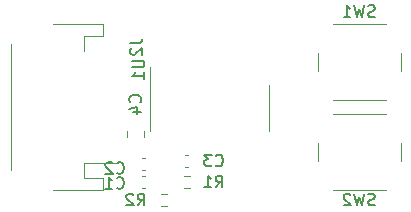
<source format=gbr>
%TF.GenerationSoftware,KiCad,Pcbnew,7.0.9-rc2*%
%TF.CreationDate,2024-02-17T00:19:55-08:00*%
%TF.ProjectId,ch552g_bob,63683535-3267-45f6-926f-622e6b696361,rev?*%
%TF.SameCoordinates,PX791ddc0PY5563218*%
%TF.FileFunction,Legend,Bot*%
%TF.FilePolarity,Positive*%
%FSLAX46Y46*%
G04 Gerber Fmt 4.6, Leading zero omitted, Abs format (unit mm)*
G04 Created by KiCad (PCBNEW 7.0.9-rc2) date 2024-02-17 00:19:55*
%MOMM*%
%LPD*%
G01*
G04 APERTURE LIST*
%ADD10C,0.150000*%
%ADD11C,0.120000*%
G04 APERTURE END LIST*
D10*
X31560332Y-4411200D02*
X31417475Y-4458819D01*
X31417475Y-4458819D02*
X31179380Y-4458819D01*
X31179380Y-4458819D02*
X31084142Y-4411200D01*
X31084142Y-4411200D02*
X31036523Y-4363580D01*
X31036523Y-4363580D02*
X30988904Y-4268342D01*
X30988904Y-4268342D02*
X30988904Y-4173104D01*
X30988904Y-4173104D02*
X31036523Y-4077866D01*
X31036523Y-4077866D02*
X31084142Y-4030247D01*
X31084142Y-4030247D02*
X31179380Y-3982628D01*
X31179380Y-3982628D02*
X31369856Y-3935009D01*
X31369856Y-3935009D02*
X31465094Y-3887390D01*
X31465094Y-3887390D02*
X31512713Y-3839771D01*
X31512713Y-3839771D02*
X31560332Y-3744533D01*
X31560332Y-3744533D02*
X31560332Y-3649295D01*
X31560332Y-3649295D02*
X31512713Y-3554057D01*
X31512713Y-3554057D02*
X31465094Y-3506438D01*
X31465094Y-3506438D02*
X31369856Y-3458819D01*
X31369856Y-3458819D02*
X31131761Y-3458819D01*
X31131761Y-3458819D02*
X30988904Y-3506438D01*
X30655570Y-3458819D02*
X30417475Y-4458819D01*
X30417475Y-4458819D02*
X30226999Y-3744533D01*
X30226999Y-3744533D02*
X30036523Y-4458819D01*
X30036523Y-4458819D02*
X29798428Y-3458819D01*
X28893666Y-4458819D02*
X29465094Y-4458819D01*
X29179380Y-4458819D02*
X29179380Y-3458819D01*
X29179380Y-3458819D02*
X29274618Y-3601676D01*
X29274618Y-3601676D02*
X29369856Y-3696914D01*
X29369856Y-3696914D02*
X29465094Y-3744533D01*
X31560332Y-20345200D02*
X31417475Y-20392819D01*
X31417475Y-20392819D02*
X31179380Y-20392819D01*
X31179380Y-20392819D02*
X31084142Y-20345200D01*
X31084142Y-20345200D02*
X31036523Y-20297580D01*
X31036523Y-20297580D02*
X30988904Y-20202342D01*
X30988904Y-20202342D02*
X30988904Y-20107104D01*
X30988904Y-20107104D02*
X31036523Y-20011866D01*
X31036523Y-20011866D02*
X31084142Y-19964247D01*
X31084142Y-19964247D02*
X31179380Y-19916628D01*
X31179380Y-19916628D02*
X31369856Y-19869009D01*
X31369856Y-19869009D02*
X31465094Y-19821390D01*
X31465094Y-19821390D02*
X31512713Y-19773771D01*
X31512713Y-19773771D02*
X31560332Y-19678533D01*
X31560332Y-19678533D02*
X31560332Y-19583295D01*
X31560332Y-19583295D02*
X31512713Y-19488057D01*
X31512713Y-19488057D02*
X31465094Y-19440438D01*
X31465094Y-19440438D02*
X31369856Y-19392819D01*
X31369856Y-19392819D02*
X31131761Y-19392819D01*
X31131761Y-19392819D02*
X30988904Y-19440438D01*
X30655570Y-19392819D02*
X30417475Y-20392819D01*
X30417475Y-20392819D02*
X30226999Y-19678533D01*
X30226999Y-19678533D02*
X30036523Y-20392819D01*
X30036523Y-20392819D02*
X29798428Y-19392819D01*
X29465094Y-19488057D02*
X29417475Y-19440438D01*
X29417475Y-19440438D02*
X29322237Y-19392819D01*
X29322237Y-19392819D02*
X29084142Y-19392819D01*
X29084142Y-19392819D02*
X28988904Y-19440438D01*
X28988904Y-19440438D02*
X28941285Y-19488057D01*
X28941285Y-19488057D02*
X28893666Y-19583295D01*
X28893666Y-19583295D02*
X28893666Y-19678533D01*
X28893666Y-19678533D02*
X28941285Y-19821390D01*
X28941285Y-19821390D02*
X29512713Y-20392819D01*
X29512713Y-20392819D02*
X28893666Y-20392819D01*
X18073666Y-18869819D02*
X18406999Y-18393628D01*
X18645094Y-18869819D02*
X18645094Y-17869819D01*
X18645094Y-17869819D02*
X18264142Y-17869819D01*
X18264142Y-17869819D02*
X18168904Y-17917438D01*
X18168904Y-17917438D02*
X18121285Y-17965057D01*
X18121285Y-17965057D02*
X18073666Y-18060295D01*
X18073666Y-18060295D02*
X18073666Y-18203152D01*
X18073666Y-18203152D02*
X18121285Y-18298390D01*
X18121285Y-18298390D02*
X18168904Y-18346009D01*
X18168904Y-18346009D02*
X18264142Y-18393628D01*
X18264142Y-18393628D02*
X18645094Y-18393628D01*
X17121285Y-18869819D02*
X17692713Y-18869819D01*
X17406999Y-18869819D02*
X17406999Y-17869819D01*
X17406999Y-17869819D02*
X17502237Y-18012676D01*
X17502237Y-18012676D02*
X17597475Y-18107914D01*
X17597475Y-18107914D02*
X17692713Y-18155533D01*
X18073666Y-16996580D02*
X18121285Y-17044200D01*
X18121285Y-17044200D02*
X18264142Y-17091819D01*
X18264142Y-17091819D02*
X18359380Y-17091819D01*
X18359380Y-17091819D02*
X18502237Y-17044200D01*
X18502237Y-17044200D02*
X18597475Y-16948961D01*
X18597475Y-16948961D02*
X18645094Y-16853723D01*
X18645094Y-16853723D02*
X18692713Y-16663247D01*
X18692713Y-16663247D02*
X18692713Y-16520390D01*
X18692713Y-16520390D02*
X18645094Y-16329914D01*
X18645094Y-16329914D02*
X18597475Y-16234676D01*
X18597475Y-16234676D02*
X18502237Y-16139438D01*
X18502237Y-16139438D02*
X18359380Y-16091819D01*
X18359380Y-16091819D02*
X18264142Y-16091819D01*
X18264142Y-16091819D02*
X18121285Y-16139438D01*
X18121285Y-16139438D02*
X18073666Y-16187057D01*
X17740332Y-16091819D02*
X17121285Y-16091819D01*
X17121285Y-16091819D02*
X17454618Y-16472771D01*
X17454618Y-16472771D02*
X17311761Y-16472771D01*
X17311761Y-16472771D02*
X17216523Y-16520390D01*
X17216523Y-16520390D02*
X17168904Y-16568009D01*
X17168904Y-16568009D02*
X17121285Y-16663247D01*
X17121285Y-16663247D02*
X17121285Y-16901342D01*
X17121285Y-16901342D02*
X17168904Y-16996580D01*
X17168904Y-16996580D02*
X17216523Y-17044200D01*
X17216523Y-17044200D02*
X17311761Y-17091819D01*
X17311761Y-17091819D02*
X17597475Y-17091819D01*
X17597475Y-17091819D02*
X17692713Y-17044200D01*
X17692713Y-17044200D02*
X17740332Y-16996580D01*
X11012819Y-8127095D02*
X11822342Y-8127095D01*
X11822342Y-8127095D02*
X11917580Y-8174714D01*
X11917580Y-8174714D02*
X11965200Y-8222333D01*
X11965200Y-8222333D02*
X12012819Y-8317571D01*
X12012819Y-8317571D02*
X12012819Y-8508047D01*
X12012819Y-8508047D02*
X11965200Y-8603285D01*
X11965200Y-8603285D02*
X11917580Y-8650904D01*
X11917580Y-8650904D02*
X11822342Y-8698523D01*
X11822342Y-8698523D02*
X11012819Y-8698523D01*
X12012819Y-9698523D02*
X12012819Y-9127095D01*
X12012819Y-9412809D02*
X11012819Y-9412809D01*
X11012819Y-9412809D02*
X11155676Y-9317571D01*
X11155676Y-9317571D02*
X11250914Y-9222333D01*
X11250914Y-9222333D02*
X11298533Y-9127095D01*
X9691666Y-17631580D02*
X9739285Y-17679200D01*
X9739285Y-17679200D02*
X9882142Y-17726819D01*
X9882142Y-17726819D02*
X9977380Y-17726819D01*
X9977380Y-17726819D02*
X10120237Y-17679200D01*
X10120237Y-17679200D02*
X10215475Y-17583961D01*
X10215475Y-17583961D02*
X10263094Y-17488723D01*
X10263094Y-17488723D02*
X10310713Y-17298247D01*
X10310713Y-17298247D02*
X10310713Y-17155390D01*
X10310713Y-17155390D02*
X10263094Y-16964914D01*
X10263094Y-16964914D02*
X10215475Y-16869676D01*
X10215475Y-16869676D02*
X10120237Y-16774438D01*
X10120237Y-16774438D02*
X9977380Y-16726819D01*
X9977380Y-16726819D02*
X9882142Y-16726819D01*
X9882142Y-16726819D02*
X9739285Y-16774438D01*
X9739285Y-16774438D02*
X9691666Y-16822057D01*
X9310713Y-16822057D02*
X9263094Y-16774438D01*
X9263094Y-16774438D02*
X9167856Y-16726819D01*
X9167856Y-16726819D02*
X8929761Y-16726819D01*
X8929761Y-16726819D02*
X8834523Y-16774438D01*
X8834523Y-16774438D02*
X8786904Y-16822057D01*
X8786904Y-16822057D02*
X8739285Y-16917295D01*
X8739285Y-16917295D02*
X8739285Y-17012533D01*
X8739285Y-17012533D02*
X8786904Y-17155390D01*
X8786904Y-17155390D02*
X9358332Y-17726819D01*
X9358332Y-17726819D02*
X8739285Y-17726819D01*
X9691666Y-18901580D02*
X9739285Y-18949200D01*
X9739285Y-18949200D02*
X9882142Y-18996819D01*
X9882142Y-18996819D02*
X9977380Y-18996819D01*
X9977380Y-18996819D02*
X10120237Y-18949200D01*
X10120237Y-18949200D02*
X10215475Y-18853961D01*
X10215475Y-18853961D02*
X10263094Y-18758723D01*
X10263094Y-18758723D02*
X10310713Y-18568247D01*
X10310713Y-18568247D02*
X10310713Y-18425390D01*
X10310713Y-18425390D02*
X10263094Y-18234914D01*
X10263094Y-18234914D02*
X10215475Y-18139676D01*
X10215475Y-18139676D02*
X10120237Y-18044438D01*
X10120237Y-18044438D02*
X9977380Y-17996819D01*
X9977380Y-17996819D02*
X9882142Y-17996819D01*
X9882142Y-17996819D02*
X9739285Y-18044438D01*
X9739285Y-18044438D02*
X9691666Y-18092057D01*
X8739285Y-18996819D02*
X9310713Y-18996819D01*
X9024999Y-18996819D02*
X9024999Y-17996819D01*
X9024999Y-17996819D02*
X9120237Y-18139676D01*
X9120237Y-18139676D02*
X9215475Y-18234914D01*
X9215475Y-18234914D02*
X9310713Y-18282533D01*
X11469666Y-20393819D02*
X11802999Y-19917628D01*
X12041094Y-20393819D02*
X12041094Y-19393819D01*
X12041094Y-19393819D02*
X11660142Y-19393819D01*
X11660142Y-19393819D02*
X11564904Y-19441438D01*
X11564904Y-19441438D02*
X11517285Y-19489057D01*
X11517285Y-19489057D02*
X11469666Y-19584295D01*
X11469666Y-19584295D02*
X11469666Y-19727152D01*
X11469666Y-19727152D02*
X11517285Y-19822390D01*
X11517285Y-19822390D02*
X11564904Y-19870009D01*
X11564904Y-19870009D02*
X11660142Y-19917628D01*
X11660142Y-19917628D02*
X12041094Y-19917628D01*
X11088713Y-19489057D02*
X11041094Y-19441438D01*
X11041094Y-19441438D02*
X10945856Y-19393819D01*
X10945856Y-19393819D02*
X10707761Y-19393819D01*
X10707761Y-19393819D02*
X10612523Y-19441438D01*
X10612523Y-19441438D02*
X10564904Y-19489057D01*
X10564904Y-19489057D02*
X10517285Y-19584295D01*
X10517285Y-19584295D02*
X10517285Y-19679533D01*
X10517285Y-19679533D02*
X10564904Y-19822390D01*
X10564904Y-19822390D02*
X11136332Y-20393819D01*
X11136332Y-20393819D02*
X10517285Y-20393819D01*
X11662580Y-11644333D02*
X11710200Y-11596714D01*
X11710200Y-11596714D02*
X11757819Y-11453857D01*
X11757819Y-11453857D02*
X11757819Y-11358619D01*
X11757819Y-11358619D02*
X11710200Y-11215762D01*
X11710200Y-11215762D02*
X11614961Y-11120524D01*
X11614961Y-11120524D02*
X11519723Y-11072905D01*
X11519723Y-11072905D02*
X11329247Y-11025286D01*
X11329247Y-11025286D02*
X11186390Y-11025286D01*
X11186390Y-11025286D02*
X10995914Y-11072905D01*
X10995914Y-11072905D02*
X10900676Y-11120524D01*
X10900676Y-11120524D02*
X10805438Y-11215762D01*
X10805438Y-11215762D02*
X10757819Y-11358619D01*
X10757819Y-11358619D02*
X10757819Y-11453857D01*
X10757819Y-11453857D02*
X10805438Y-11596714D01*
X10805438Y-11596714D02*
X10853057Y-11644333D01*
X11091152Y-12501476D02*
X11757819Y-12501476D01*
X10710200Y-12263381D02*
X11424485Y-12025286D01*
X11424485Y-12025286D02*
X11424485Y-12644333D01*
X10843819Y-6650666D02*
X11558104Y-6650666D01*
X11558104Y-6650666D02*
X11700961Y-6603047D01*
X11700961Y-6603047D02*
X11796200Y-6507809D01*
X11796200Y-6507809D02*
X11843819Y-6364952D01*
X11843819Y-6364952D02*
X11843819Y-6269714D01*
X10939057Y-7079238D02*
X10891438Y-7126857D01*
X10891438Y-7126857D02*
X10843819Y-7222095D01*
X10843819Y-7222095D02*
X10843819Y-7460190D01*
X10843819Y-7460190D02*
X10891438Y-7555428D01*
X10891438Y-7555428D02*
X10939057Y-7603047D01*
X10939057Y-7603047D02*
X11034295Y-7650666D01*
X11034295Y-7650666D02*
X11129533Y-7650666D01*
X11129533Y-7650666D02*
X11272390Y-7603047D01*
X11272390Y-7603047D02*
X11843819Y-7031619D01*
X11843819Y-7031619D02*
X11843819Y-7650666D01*
D11*
%TO.C,SW1*%
X33727000Y-7504000D02*
X33727000Y-9004000D01*
X32477000Y-11504000D02*
X27977000Y-11504000D01*
X27977000Y-5004000D02*
X32477000Y-5004000D01*
X26727000Y-9004000D02*
X26727000Y-7504000D01*
%TO.C,SW2*%
X33727000Y-15124000D02*
X33727000Y-16624000D01*
X32477000Y-19124000D02*
X27977000Y-19124000D01*
X27977000Y-12624000D02*
X32477000Y-12624000D01*
X26727000Y-16624000D02*
X26727000Y-15124000D01*
%TO.C,R1*%
X15859258Y-18936500D02*
X15384742Y-18936500D01*
X15859258Y-17891500D02*
X15384742Y-17891500D01*
%TO.C,C3*%
X15468420Y-16126000D02*
X15749580Y-16126000D01*
X15468420Y-17146000D02*
X15749580Y-17146000D01*
%TO.C,U1*%
X22587000Y-12129000D02*
X22587000Y-10179000D01*
X22587000Y-12129000D02*
X22587000Y-14079000D01*
X12467000Y-12129000D02*
X12467000Y-8679000D01*
X12467000Y-12129000D02*
X12467000Y-14079000D01*
%TO.C,C2*%
X12078580Y-17401000D02*
X11797420Y-17401000D01*
X12078580Y-16381000D02*
X11797420Y-16381000D01*
%TO.C,C1*%
X12078580Y-18925000D02*
X11797420Y-18925000D01*
X12078580Y-17905000D02*
X11797420Y-17905000D01*
%TO.C,R2*%
X13953258Y-20461500D02*
X13478742Y-20461500D01*
X13953258Y-19416500D02*
X13478742Y-19416500D01*
%TO.C,C4*%
X12038000Y-14089748D02*
X12038000Y-14612252D01*
X10568000Y-14089748D02*
X10568000Y-14612252D01*
%TO.C,J2*%
X4267000Y-19125000D02*
X8517000Y-19125000D01*
X8517000Y-19125000D02*
X8517000Y-18105000D01*
X6917000Y-18105000D02*
X6917000Y-16825000D01*
X8517000Y-18105000D02*
X6917000Y-18105000D01*
X697000Y-17405000D02*
X697000Y-6725000D01*
X6917000Y-16825000D02*
X9807000Y-16825000D01*
X6917000Y-6025000D02*
X6917000Y-7305000D01*
X8517000Y-6025000D02*
X6917000Y-6025000D01*
X4267000Y-5005000D02*
X8517000Y-5005000D01*
X8517000Y-5005000D02*
X8517000Y-6025000D01*
%TD*%
M02*

</source>
